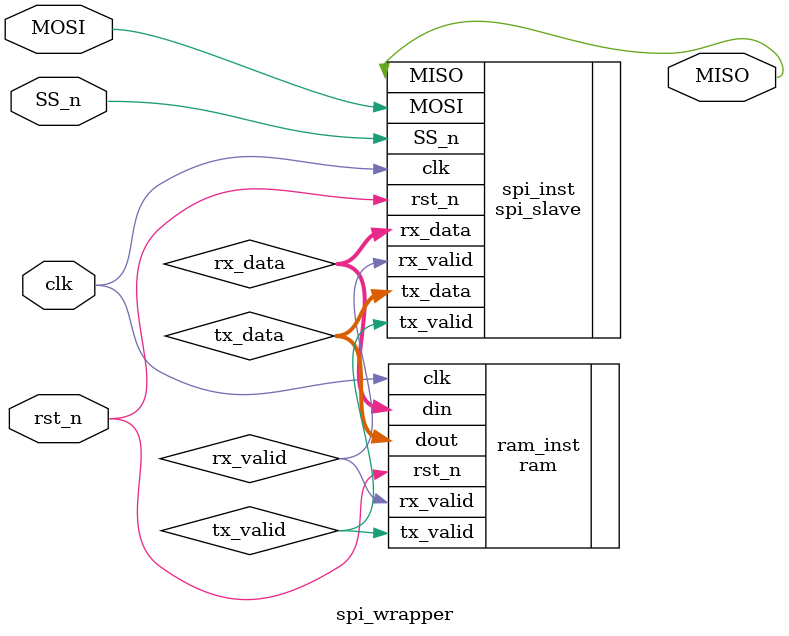
<source format=v>
module spi_wrapper (
    input clk,
    input rst_n,
    input MOSI, // Master Out Slave In
    input SS_n, // Slave Select
    output MISO // Master In Slave Out
);
    wire [9:0] rx_data;
    wire rx_valid;
    wire [7:0] tx_data;
    wire tx_valid;
    // instantiate the SPI slave module
    spi_slave spi_inst (
        .MOSI(MOSI),
        .SS_n(SS_n),
        .clk(clk),
        .rst_n(rst_n),
        .MISO(MISO),
        .rx_data(rx_data),
        .rx_valid(rx_valid),
        .tx_data(tx_data),
        .tx_valid(tx_valid)
    );
    // instantiate the RAM module
    ram ram_inst (
        .clk(clk),
        .rst_n(rst_n),
        .din(rx_data),
        .rx_valid(rx_valid),
        .dout(tx_data),
        .tx_valid(tx_valid)
    );

endmodule
</source>
